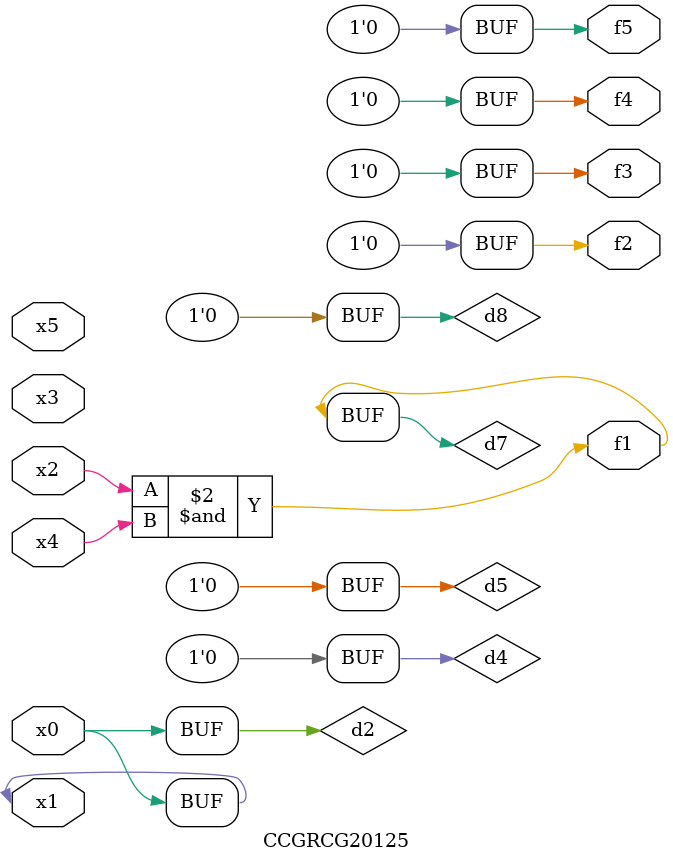
<source format=v>
module CCGRCG20125(
	input x0, x1, x2, x3, x4, x5,
	output f1, f2, f3, f4, f5
);

	wire d1, d2, d3, d4, d5, d6, d7, d8, d9;

	nand (d1, x1);
	buf (d2, x0, x1);
	nand (d3, x2, x4);
	and (d4, d1, d2);
	and (d5, d1, d2);
	nand (d6, d1, d3);
	not (d7, d3);
	xor (d8, d5);
	nor (d9, d5, d6);
	assign f1 = d7;
	assign f2 = d8;
	assign f3 = d8;
	assign f4 = d8;
	assign f5 = d8;
endmodule

</source>
